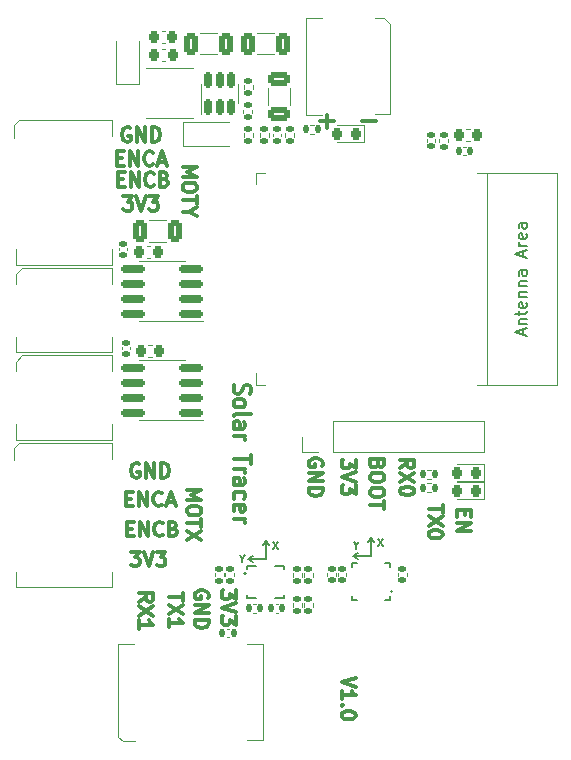
<source format=gbr>
%TF.GenerationSoftware,KiCad,Pcbnew,(6.0.7)*%
%TF.CreationDate,2025-03-15T16:29:39+08:00*%
%TF.ProjectId,solar_tracer,736f6c61-725f-4747-9261-6365722e6b69,1*%
%TF.SameCoordinates,PX6979f40PY7be1de0*%
%TF.FileFunction,Legend,Top*%
%TF.FilePolarity,Positive*%
%FSLAX46Y46*%
G04 Gerber Fmt 4.6, Leading zero omitted, Abs format (unit mm)*
G04 Created by KiCad (PCBNEW (6.0.7)) date 2025-03-15 16:29:39*
%MOMM*%
%LPD*%
G01*
G04 APERTURE LIST*
G04 Aperture macros list*
%AMRoundRect*
0 Rectangle with rounded corners*
0 $1 Rounding radius*
0 $2 $3 $4 $5 $6 $7 $8 $9 X,Y pos of 4 corners*
0 Add a 4 corners polygon primitive as box body*
4,1,4,$2,$3,$4,$5,$6,$7,$8,$9,$2,$3,0*
0 Add four circle primitives for the rounded corners*
1,1,$1+$1,$2,$3*
1,1,$1+$1,$4,$5*
1,1,$1+$1,$6,$7*
1,1,$1+$1,$8,$9*
0 Add four rect primitives between the rounded corners*
20,1,$1+$1,$2,$3,$4,$5,0*
20,1,$1+$1,$4,$5,$6,$7,0*
20,1,$1+$1,$6,$7,$8,$9,0*
20,1,$1+$1,$8,$9,$2,$3,0*%
G04 Aperture macros list end*
%ADD10C,0.300000*%
%ADD11C,0.150000*%
%ADD12C,0.120000*%
%ADD13C,0.250000*%
%ADD14C,0.800000*%
%ADD15C,6.400000*%
%ADD16RoundRect,0.225000X0.225000X0.250000X-0.225000X0.250000X-0.225000X-0.250000X0.225000X-0.250000X0*%
%ADD17RoundRect,0.250000X0.325000X0.650000X-0.325000X0.650000X-0.325000X-0.650000X0.325000X-0.650000X0*%
%ADD18RoundRect,0.225000X-0.225000X-0.250000X0.225000X-0.250000X0.225000X0.250000X-0.225000X0.250000X0*%
%ADD19R,2.290000X3.000000*%
%ADD20RoundRect,0.150000X0.825000X0.150000X-0.825000X0.150000X-0.825000X-0.150000X0.825000X-0.150000X0*%
%ADD21R,0.250000X0.450000*%
%ADD22R,0.450000X0.250000*%
%ADD23R,0.270000X0.600000*%
%ADD24R,0.600000X0.270000*%
%ADD25RoundRect,0.150000X0.150000X-0.512500X0.150000X0.512500X-0.150000X0.512500X-0.150000X-0.512500X0*%
%ADD26R,0.900000X1.500000*%
%ADD27R,1.500000X0.900000*%
%ADD28R,0.900000X0.900000*%
%ADD29RoundRect,0.135000X0.185000X-0.135000X0.185000X0.135000X-0.185000X0.135000X-0.185000X-0.135000X0*%
%ADD30RoundRect,0.135000X-0.185000X0.135000X-0.185000X-0.135000X0.185000X-0.135000X0.185000X0.135000X0*%
%ADD31RoundRect,0.135000X-0.135000X-0.185000X0.135000X-0.185000X0.135000X0.185000X-0.135000X0.185000X0*%
%ADD32R,1.200000X3.700000*%
%ADD33O,2.100000X2.100000*%
%ADD34R,2.100000X2.100000*%
%ADD35O,1.700000X1.700000*%
%ADD36R,1.700000X1.700000*%
%ADD37RoundRect,0.218750X0.218750X0.256250X-0.218750X0.256250X-0.218750X-0.256250X0.218750X-0.256250X0*%
%ADD38R,1.400000X1.300000*%
%ADD39R,0.900000X1.200000*%
%ADD40RoundRect,0.140000X0.170000X-0.140000X0.170000X0.140000X-0.170000X0.140000X-0.170000X-0.140000X0*%
%ADD41RoundRect,0.140000X0.140000X0.170000X-0.140000X0.170000X-0.140000X-0.170000X0.140000X-0.170000X0*%
%ADD42RoundRect,0.140000X-0.170000X0.140000X-0.170000X-0.140000X0.170000X-0.140000X0.170000X0.140000X0*%
%ADD43RoundRect,0.140000X-0.140000X-0.170000X0.140000X-0.170000X0.140000X0.170000X-0.140000X0.170000X0*%
%ADD44RoundRect,0.250000X-0.325000X-0.650000X0.325000X-0.650000X0.325000X0.650000X-0.325000X0.650000X0*%
%ADD45RoundRect,0.250000X0.650000X-0.325000X0.650000X0.325000X-0.650000X0.325000X-0.650000X-0.325000X0*%
G04 APERTURE END LIST*
D10*
X14443142Y21096143D02*
X15643142Y21096143D01*
X14786000Y20696143D01*
X15643142Y20296143D01*
X14443142Y20296143D01*
X15643142Y19496143D02*
X15643142Y19267572D01*
X15586000Y19153286D01*
X15471714Y19039000D01*
X15243142Y18981858D01*
X14843142Y18981858D01*
X14614571Y19039000D01*
X14500285Y19153286D01*
X14443142Y19267572D01*
X14443142Y19496143D01*
X14500285Y19610429D01*
X14614571Y19724715D01*
X14843142Y19781858D01*
X15243142Y19781858D01*
X15471714Y19724715D01*
X15586000Y19610429D01*
X15643142Y19496143D01*
X15643142Y18639000D02*
X15643142Y17953286D01*
X14443142Y18296143D02*
X15643142Y18296143D01*
X15643142Y17667572D02*
X14443142Y16867572D01*
X15643142Y16867572D02*
X14443142Y17667572D01*
X14062142Y48471000D02*
X15262142Y48471000D01*
X14405000Y48071000D01*
X15262142Y47671000D01*
X14062142Y47671000D01*
X15262142Y46871000D02*
X15262142Y46642429D01*
X15205000Y46528143D01*
X15090714Y46413858D01*
X14862142Y46356715D01*
X14462142Y46356715D01*
X14233571Y46413858D01*
X14119285Y46528143D01*
X14062142Y46642429D01*
X14062142Y46871000D01*
X14119285Y46985286D01*
X14233571Y47099572D01*
X14462142Y47156715D01*
X14862142Y47156715D01*
X15090714Y47099572D01*
X15205000Y46985286D01*
X15262142Y46871000D01*
X15262142Y46013858D02*
X15262142Y45328143D01*
X14062142Y45671000D02*
X15262142Y45671000D01*
X14633571Y44699572D02*
X14062142Y44699572D01*
X15262142Y45099572D02*
X14633571Y44699572D01*
X15262142Y44299572D01*
X18442857Y30034096D02*
X18371428Y29848381D01*
X18371428Y29538858D01*
X18442857Y29415048D01*
X18514285Y29353143D01*
X18657142Y29291239D01*
X18800000Y29291239D01*
X18942857Y29353143D01*
X19014285Y29415048D01*
X19085714Y29538858D01*
X19157142Y29786477D01*
X19228571Y29910286D01*
X19300000Y29972191D01*
X19442857Y30034096D01*
X19585714Y30034096D01*
X19728571Y29972191D01*
X19800000Y29910286D01*
X19871428Y29786477D01*
X19871428Y29476953D01*
X19800000Y29291239D01*
X18371428Y28548381D02*
X18442857Y28672191D01*
X18514285Y28734096D01*
X18657142Y28796000D01*
X19085714Y28796000D01*
X19228571Y28734096D01*
X19300000Y28672191D01*
X19371428Y28548381D01*
X19371428Y28362667D01*
X19300000Y28238858D01*
X19228571Y28176953D01*
X19085714Y28115048D01*
X18657142Y28115048D01*
X18514285Y28176953D01*
X18442857Y28238858D01*
X18371428Y28362667D01*
X18371428Y28548381D01*
X18371428Y27372191D02*
X18442857Y27496000D01*
X18585714Y27557905D01*
X19871428Y27557905D01*
X18371428Y26319810D02*
X19157142Y26319810D01*
X19300000Y26381715D01*
X19371428Y26505524D01*
X19371428Y26753143D01*
X19300000Y26876953D01*
X18442857Y26319810D02*
X18371428Y26443620D01*
X18371428Y26753143D01*
X18442857Y26876953D01*
X18585714Y26938858D01*
X18728571Y26938858D01*
X18871428Y26876953D01*
X18942857Y26753143D01*
X18942857Y26443620D01*
X19014285Y26319810D01*
X18371428Y25700762D02*
X19371428Y25700762D01*
X19085714Y25700762D02*
X19228571Y25638858D01*
X19300000Y25576953D01*
X19371428Y25453143D01*
X19371428Y25329334D01*
X19871428Y24091239D02*
X19871428Y23348381D01*
X18371428Y23719810D02*
X19871428Y23719810D01*
X18371428Y22915048D02*
X19371428Y22915048D01*
X19085714Y22915048D02*
X19228571Y22853143D01*
X19300000Y22791239D01*
X19371428Y22667429D01*
X19371428Y22543620D01*
X18371428Y21553143D02*
X19157142Y21553143D01*
X19300000Y21615048D01*
X19371428Y21738858D01*
X19371428Y21986477D01*
X19300000Y22110286D01*
X18442857Y21553143D02*
X18371428Y21676953D01*
X18371428Y21986477D01*
X18442857Y22110286D01*
X18585714Y22172191D01*
X18728571Y22172191D01*
X18871428Y22110286D01*
X18942857Y21986477D01*
X18942857Y21676953D01*
X19014285Y21553143D01*
X18442857Y20376953D02*
X18371428Y20500762D01*
X18371428Y20748381D01*
X18442857Y20872191D01*
X18514285Y20934096D01*
X18657142Y20996000D01*
X19085714Y20996000D01*
X19228571Y20934096D01*
X19300000Y20872191D01*
X19371428Y20748381D01*
X19371428Y20500762D01*
X19300000Y20376953D01*
X18442857Y19324572D02*
X18371428Y19448381D01*
X18371428Y19696000D01*
X18442857Y19819810D01*
X18585714Y19881715D01*
X19157142Y19881715D01*
X19300000Y19819810D01*
X19371428Y19696000D01*
X19371428Y19448381D01*
X19300000Y19324572D01*
X19157142Y19262667D01*
X19014285Y19262667D01*
X18871428Y19881715D01*
X18371428Y18705524D02*
X19371428Y18705524D01*
X19085714Y18705524D02*
X19228571Y18643620D01*
X19300000Y18581715D01*
X19371428Y18457905D01*
X19371428Y18334096D01*
X28724142Y5246572D02*
X27524142Y4846572D01*
X28724142Y4446572D01*
X27524142Y3418000D02*
X27524142Y4103715D01*
X27524142Y3760858D02*
X28724142Y3760858D01*
X28552714Y3875143D01*
X28438428Y3989429D01*
X28381285Y4103715D01*
X27638428Y2903715D02*
X27581285Y2846572D01*
X27524142Y2903715D01*
X27581285Y2960858D01*
X27638428Y2903715D01*
X27524142Y2903715D01*
X28724142Y2103715D02*
X28724142Y1989429D01*
X28667000Y1875143D01*
X28609857Y1818000D01*
X28495571Y1760858D01*
X28267000Y1703715D01*
X27981285Y1703715D01*
X27752714Y1760858D01*
X27638428Y1818000D01*
X27581285Y1875143D01*
X27524142Y1989429D01*
X27524142Y2103715D01*
X27581285Y2218000D01*
X27638428Y2275143D01*
X27752714Y2332286D01*
X27981285Y2389429D01*
X28267000Y2389429D01*
X28495571Y2332286D01*
X28609857Y2275143D01*
X28667000Y2218000D01*
X28724142Y2103715D01*
X9344285Y17854715D02*
X9744285Y17854715D01*
X9915714Y17226143D02*
X9344285Y17226143D01*
X9344285Y18426143D01*
X9915714Y18426143D01*
X10430000Y17226143D02*
X10430000Y18426143D01*
X11115714Y17226143D01*
X11115714Y18426143D01*
X12372857Y17340429D02*
X12315714Y17283286D01*
X12144285Y17226143D01*
X12030000Y17226143D01*
X11858571Y17283286D01*
X11744285Y17397572D01*
X11687142Y17511858D01*
X11630000Y17740429D01*
X11630000Y17911858D01*
X11687142Y18140429D01*
X11744285Y18254715D01*
X11858571Y18369000D01*
X12030000Y18426143D01*
X12144285Y18426143D01*
X12315714Y18369000D01*
X12372857Y18311858D01*
X13287142Y17854715D02*
X13458571Y17797572D01*
X13515714Y17740429D01*
X13572857Y17626143D01*
X13572857Y17454715D01*
X13515714Y17340429D01*
X13458571Y17283286D01*
X13344285Y17226143D01*
X12887142Y17226143D01*
X12887142Y18426143D01*
X13287142Y18426143D01*
X13401428Y18369000D01*
X13458571Y18311858D01*
X13515714Y18197572D01*
X13515714Y18083286D01*
X13458571Y17969000D01*
X13401428Y17911858D01*
X13287142Y17854715D01*
X12887142Y17854715D01*
X9303000Y20394715D02*
X9703000Y20394715D01*
X9874428Y19766143D02*
X9303000Y19766143D01*
X9303000Y20966143D01*
X9874428Y20966143D01*
X10388714Y19766143D02*
X10388714Y20966143D01*
X11074428Y19766143D01*
X11074428Y20966143D01*
X12331571Y19880429D02*
X12274428Y19823286D01*
X12103000Y19766143D01*
X11988714Y19766143D01*
X11817285Y19823286D01*
X11703000Y19937572D01*
X11645857Y20051858D01*
X11588714Y20280429D01*
X11588714Y20451858D01*
X11645857Y20680429D01*
X11703000Y20794715D01*
X11817285Y20909000D01*
X11988714Y20966143D01*
X12103000Y20966143D01*
X12274428Y20909000D01*
X12331571Y20851858D01*
X12788714Y20109000D02*
X13360142Y20109000D01*
X12674428Y19766143D02*
X13074428Y20966143D01*
X13474428Y19766143D01*
X10388714Y23322000D02*
X10274428Y23379143D01*
X10103000Y23379143D01*
X9931571Y23322000D01*
X9817285Y23207715D01*
X9760142Y23093429D01*
X9703000Y22864858D01*
X9703000Y22693429D01*
X9760142Y22464858D01*
X9817285Y22350572D01*
X9931571Y22236286D01*
X10103000Y22179143D01*
X10217285Y22179143D01*
X10388714Y22236286D01*
X10445857Y22293429D01*
X10445857Y22693429D01*
X10217285Y22693429D01*
X10960142Y22179143D02*
X10960142Y23379143D01*
X11645857Y22179143D01*
X11645857Y23379143D01*
X12217285Y22179143D02*
X12217285Y23379143D01*
X12503000Y23379143D01*
X12674428Y23322000D01*
X12788714Y23207715D01*
X12845857Y23093429D01*
X12903000Y22864858D01*
X12903000Y22693429D01*
X12845857Y22464858D01*
X12788714Y22350572D01*
X12674428Y22236286D01*
X12503000Y22179143D01*
X12217285Y22179143D01*
X9690285Y15886143D02*
X10433142Y15886143D01*
X10033142Y15429000D01*
X10204571Y15429000D01*
X10318857Y15371858D01*
X10376000Y15314715D01*
X10433142Y15200429D01*
X10433142Y14914715D01*
X10376000Y14800429D01*
X10318857Y14743286D01*
X10204571Y14686143D01*
X9861714Y14686143D01*
X9747428Y14743286D01*
X9690285Y14800429D01*
X10776000Y15886143D02*
X11176000Y14686143D01*
X11576000Y15886143D01*
X11861714Y15886143D02*
X12604571Y15886143D01*
X12204571Y15429000D01*
X12376000Y15429000D01*
X12490285Y15371858D01*
X12547428Y15314715D01*
X12604571Y15200429D01*
X12604571Y14914715D01*
X12547428Y14800429D01*
X12490285Y14743286D01*
X12376000Y14686143D01*
X12033142Y14686143D01*
X11918857Y14743286D01*
X11861714Y14800429D01*
X8541000Y49223715D02*
X8941000Y49223715D01*
X9112428Y48595143D02*
X8541000Y48595143D01*
X8541000Y49795143D01*
X9112428Y49795143D01*
X9626714Y48595143D02*
X9626714Y49795143D01*
X10312428Y48595143D01*
X10312428Y49795143D01*
X11569571Y48709429D02*
X11512428Y48652286D01*
X11341000Y48595143D01*
X11226714Y48595143D01*
X11055285Y48652286D01*
X10941000Y48766572D01*
X10883857Y48880858D01*
X10826714Y49109429D01*
X10826714Y49280858D01*
X10883857Y49509429D01*
X10941000Y49623715D01*
X11055285Y49738000D01*
X11226714Y49795143D01*
X11341000Y49795143D01*
X11512428Y49738000D01*
X11569571Y49680858D01*
X12026714Y48938000D02*
X12598142Y48938000D01*
X11912428Y48595143D02*
X12312428Y49795143D01*
X12712428Y48595143D01*
X8582285Y47445715D02*
X8982285Y47445715D01*
X9153714Y46817143D02*
X8582285Y46817143D01*
X8582285Y48017143D01*
X9153714Y48017143D01*
X9668000Y46817143D02*
X9668000Y48017143D01*
X10353714Y46817143D01*
X10353714Y48017143D01*
X11610857Y46931429D02*
X11553714Y46874286D01*
X11382285Y46817143D01*
X11268000Y46817143D01*
X11096571Y46874286D01*
X10982285Y46988572D01*
X10925142Y47102858D01*
X10868000Y47331429D01*
X10868000Y47502858D01*
X10925142Y47731429D01*
X10982285Y47845715D01*
X11096571Y47960000D01*
X11268000Y48017143D01*
X11382285Y48017143D01*
X11553714Y47960000D01*
X11610857Y47902858D01*
X12525142Y47445715D02*
X12696571Y47388572D01*
X12753714Y47331429D01*
X12810857Y47217143D01*
X12810857Y47045715D01*
X12753714Y46931429D01*
X12696571Y46874286D01*
X12582285Y46817143D01*
X12125142Y46817143D01*
X12125142Y48017143D01*
X12525142Y48017143D01*
X12639428Y47960000D01*
X12696571Y47902858D01*
X12753714Y47788572D01*
X12753714Y47674286D01*
X12696571Y47560000D01*
X12639428Y47502858D01*
X12525142Y47445715D01*
X12125142Y47445715D01*
X9626714Y51770000D02*
X9512428Y51827143D01*
X9341000Y51827143D01*
X9169571Y51770000D01*
X9055285Y51655715D01*
X8998142Y51541429D01*
X8941000Y51312858D01*
X8941000Y51141429D01*
X8998142Y50912858D01*
X9055285Y50798572D01*
X9169571Y50684286D01*
X9341000Y50627143D01*
X9455285Y50627143D01*
X9626714Y50684286D01*
X9683857Y50741429D01*
X9683857Y51141429D01*
X9455285Y51141429D01*
X10198142Y50627143D02*
X10198142Y51827143D01*
X10883857Y50627143D01*
X10883857Y51827143D01*
X11455285Y50627143D02*
X11455285Y51827143D01*
X11741000Y51827143D01*
X11912428Y51770000D01*
X12026714Y51655715D01*
X12083857Y51541429D01*
X12141000Y51312858D01*
X12141000Y51141429D01*
X12083857Y50912858D01*
X12026714Y50798572D01*
X11912428Y50684286D01*
X11741000Y50627143D01*
X11455285Y50627143D01*
X9055285Y45985143D02*
X9798142Y45985143D01*
X9398142Y45528000D01*
X9569571Y45528000D01*
X9683857Y45470858D01*
X9741000Y45413715D01*
X9798142Y45299429D01*
X9798142Y45013715D01*
X9741000Y44899429D01*
X9683857Y44842286D01*
X9569571Y44785143D01*
X9226714Y44785143D01*
X9112428Y44842286D01*
X9055285Y44899429D01*
X10141000Y45985143D02*
X10541000Y44785143D01*
X10941000Y45985143D01*
X11226714Y45985143D02*
X11969571Y45985143D01*
X11569571Y45528000D01*
X11741000Y45528000D01*
X11855285Y45470858D01*
X11912428Y45413715D01*
X11969571Y45299429D01*
X11969571Y45013715D01*
X11912428Y44899429D01*
X11855285Y44842286D01*
X11741000Y44785143D01*
X11398142Y44785143D01*
X11283857Y44842286D01*
X11226714Y44899429D01*
X18564142Y12650715D02*
X18564142Y11907858D01*
X18107000Y12307858D01*
X18107000Y12136429D01*
X18049857Y12022143D01*
X17992714Y11965000D01*
X17878428Y11907858D01*
X17592714Y11907858D01*
X17478428Y11965000D01*
X17421285Y12022143D01*
X17364142Y12136429D01*
X17364142Y12479286D01*
X17421285Y12593572D01*
X17478428Y12650715D01*
X18564142Y11565000D02*
X17364142Y11165000D01*
X18564142Y10765000D01*
X18564142Y10479286D02*
X18564142Y9736429D01*
X18107000Y10136429D01*
X18107000Y9965000D01*
X18049857Y9850715D01*
X17992714Y9793572D01*
X17878428Y9736429D01*
X17592714Y9736429D01*
X17478428Y9793572D01*
X17421285Y9850715D01*
X17364142Y9965000D01*
X17364142Y10307858D01*
X17421285Y10422143D01*
X17478428Y10479286D01*
X16221000Y11952286D02*
X16278142Y12066572D01*
X16278142Y12238000D01*
X16221000Y12409429D01*
X16106714Y12523715D01*
X15992428Y12580858D01*
X15763857Y12638000D01*
X15592428Y12638000D01*
X15363857Y12580858D01*
X15249571Y12523715D01*
X15135285Y12409429D01*
X15078142Y12238000D01*
X15078142Y12123715D01*
X15135285Y11952286D01*
X15192428Y11895143D01*
X15592428Y11895143D01*
X15592428Y12123715D01*
X15078142Y11380858D02*
X16278142Y11380858D01*
X15078142Y10695143D01*
X16278142Y10695143D01*
X15078142Y10123715D02*
X16278142Y10123715D01*
X16278142Y9838000D01*
X16221000Y9666572D01*
X16106714Y9552286D01*
X15992428Y9495143D01*
X15763857Y9438000D01*
X15592428Y9438000D01*
X15363857Y9495143D01*
X15249571Y9552286D01*
X15135285Y9666572D01*
X15078142Y9838000D01*
X15078142Y10123715D01*
X14119142Y12396715D02*
X14119142Y11711000D01*
X12919142Y12053858D02*
X14119142Y12053858D01*
X14119142Y11425286D02*
X12919142Y10625286D01*
X14119142Y10625286D02*
X12919142Y11425286D01*
X12919142Y9539572D02*
X12919142Y10225286D01*
X12919142Y9882429D02*
X14119142Y9882429D01*
X13947714Y9996715D01*
X13833428Y10111000D01*
X13776285Y10225286D01*
X10379142Y11682429D02*
X10950571Y12082429D01*
X10379142Y12368143D02*
X11579142Y12368143D01*
X11579142Y11911000D01*
X11522000Y11796715D01*
X11464857Y11739572D01*
X11350571Y11682429D01*
X11179142Y11682429D01*
X11064857Y11739572D01*
X11007714Y11796715D01*
X10950571Y11911000D01*
X10950571Y12368143D01*
X11579142Y11282429D02*
X10379142Y10482429D01*
X11579142Y10482429D02*
X10379142Y11282429D01*
X10379142Y9396715D02*
X10379142Y10082429D01*
X10379142Y9739572D02*
X11579142Y9739572D01*
X11407714Y9853858D01*
X11293428Y9968143D01*
X11236285Y10082429D01*
X25873000Y23128286D02*
X25930142Y23242572D01*
X25930142Y23414000D01*
X25873000Y23585429D01*
X25758714Y23699715D01*
X25644428Y23756858D01*
X25415857Y23814000D01*
X25244428Y23814000D01*
X25015857Y23756858D01*
X24901571Y23699715D01*
X24787285Y23585429D01*
X24730142Y23414000D01*
X24730142Y23299715D01*
X24787285Y23128286D01*
X24844428Y23071143D01*
X25244428Y23071143D01*
X25244428Y23299715D01*
X24730142Y22556858D02*
X25930142Y22556858D01*
X24730142Y21871143D01*
X25930142Y21871143D01*
X24730142Y21299715D02*
X25930142Y21299715D01*
X25930142Y21014000D01*
X25873000Y20842572D01*
X25758714Y20728286D01*
X25644428Y20671143D01*
X25415857Y20614000D01*
X25244428Y20614000D01*
X25015857Y20671143D01*
X24901571Y20728286D01*
X24787285Y20842572D01*
X24730142Y21014000D01*
X24730142Y21299715D01*
X37931714Y19416715D02*
X37931714Y19016715D01*
X37303142Y18845286D02*
X37303142Y19416715D01*
X38503142Y19416715D01*
X38503142Y18845286D01*
X37303142Y18331000D02*
X38503142Y18331000D01*
X37303142Y17645286D01*
X38503142Y17645286D01*
X36090142Y19889715D02*
X36090142Y19204000D01*
X34890142Y19546858D02*
X36090142Y19546858D01*
X36090142Y18918286D02*
X34890142Y18118286D01*
X36090142Y18118286D02*
X34890142Y18918286D01*
X36090142Y17432572D02*
X36090142Y17318286D01*
X36033000Y17204000D01*
X35975857Y17146858D01*
X35861571Y17089715D01*
X35633000Y17032572D01*
X35347285Y17032572D01*
X35118714Y17089715D01*
X35004428Y17146858D01*
X34947285Y17204000D01*
X34890142Y17318286D01*
X34890142Y17432572D01*
X34947285Y17546858D01*
X35004428Y17604000D01*
X35118714Y17661143D01*
X35347285Y17718286D01*
X35633000Y17718286D01*
X35861571Y17661143D01*
X35975857Y17604000D01*
X36033000Y17546858D01*
X36090142Y17432572D01*
X32477142Y22985429D02*
X33048571Y23385429D01*
X32477142Y23671143D02*
X33677142Y23671143D01*
X33677142Y23214000D01*
X33620000Y23099715D01*
X33562857Y23042572D01*
X33448571Y22985429D01*
X33277142Y22985429D01*
X33162857Y23042572D01*
X33105714Y23099715D01*
X33048571Y23214000D01*
X33048571Y23671143D01*
X33677142Y22585429D02*
X32477142Y21785429D01*
X33677142Y21785429D02*
X32477142Y22585429D01*
X33677142Y21099715D02*
X33677142Y20985429D01*
X33620000Y20871143D01*
X33562857Y20814000D01*
X33448571Y20756858D01*
X33220000Y20699715D01*
X32934285Y20699715D01*
X32705714Y20756858D01*
X32591428Y20814000D01*
X32534285Y20871143D01*
X32477142Y20985429D01*
X32477142Y21099715D01*
X32534285Y21214000D01*
X32591428Y21271143D01*
X32705714Y21328286D01*
X32934285Y21385429D01*
X33220000Y21385429D01*
X33448571Y21328286D01*
X33562857Y21271143D01*
X33620000Y21214000D01*
X33677142Y21099715D01*
X30565714Y23334572D02*
X30508571Y23163143D01*
X30451428Y23106000D01*
X30337142Y23048858D01*
X30165714Y23048858D01*
X30051428Y23106000D01*
X29994285Y23163143D01*
X29937142Y23277429D01*
X29937142Y23734572D01*
X31137142Y23734572D01*
X31137142Y23334572D01*
X31080000Y23220286D01*
X31022857Y23163143D01*
X30908571Y23106000D01*
X30794285Y23106000D01*
X30680000Y23163143D01*
X30622857Y23220286D01*
X30565714Y23334572D01*
X30565714Y23734572D01*
X31137142Y22306000D02*
X31137142Y22077429D01*
X31080000Y21963143D01*
X30965714Y21848858D01*
X30737142Y21791715D01*
X30337142Y21791715D01*
X30108571Y21848858D01*
X29994285Y21963143D01*
X29937142Y22077429D01*
X29937142Y22306000D01*
X29994285Y22420286D01*
X30108571Y22534572D01*
X30337142Y22591715D01*
X30737142Y22591715D01*
X30965714Y22534572D01*
X31080000Y22420286D01*
X31137142Y22306000D01*
X31137142Y21048858D02*
X31137142Y20820286D01*
X31080000Y20706000D01*
X30965714Y20591715D01*
X30737142Y20534572D01*
X30337142Y20534572D01*
X30108571Y20591715D01*
X29994285Y20706000D01*
X29937142Y20820286D01*
X29937142Y21048858D01*
X29994285Y21163143D01*
X30108571Y21277429D01*
X30337142Y21334572D01*
X30737142Y21334572D01*
X30965714Y21277429D01*
X31080000Y21163143D01*
X31137142Y21048858D01*
X31137142Y20191715D02*
X31137142Y19506000D01*
X29937142Y19848858D02*
X31137142Y19848858D01*
X28724142Y23699715D02*
X28724142Y22956858D01*
X28267000Y23356858D01*
X28267000Y23185429D01*
X28209857Y23071143D01*
X28152714Y23014000D01*
X28038428Y22956858D01*
X27752714Y22956858D01*
X27638428Y23014000D01*
X27581285Y23071143D01*
X27524142Y23185429D01*
X27524142Y23528286D01*
X27581285Y23642572D01*
X27638428Y23699715D01*
X28724142Y22614000D02*
X27524142Y22214000D01*
X28724142Y21814000D01*
X28724142Y21528286D02*
X28724142Y20785429D01*
X28267000Y21185429D01*
X28267000Y21014000D01*
X28209857Y20899715D01*
X28152714Y20842572D01*
X28038428Y20785429D01*
X27752714Y20785429D01*
X27638428Y20842572D01*
X27581285Y20899715D01*
X27524142Y21014000D01*
X27524142Y21356858D01*
X27581285Y21471143D01*
X27638428Y21528286D01*
X29273571Y52332858D02*
X30416428Y52332858D01*
X25717571Y52332858D02*
X26860428Y52332858D01*
X26289000Y51761429D02*
X26289000Y52904286D01*
D11*
X28514000Y15542000D02*
X28895000Y15796000D01*
X30038000Y17066000D02*
X29784000Y16685000D01*
X28514000Y15542000D02*
X28895000Y15288000D01*
X30038000Y17066000D02*
X30038000Y15542000D01*
X30038000Y17066000D02*
X30292000Y16685000D01*
X28514000Y15542000D02*
X30038000Y15542000D01*
X28768000Y16445286D02*
X28768000Y16159572D01*
X28568000Y16759572D02*
X28768000Y16445286D01*
X28968000Y16759572D01*
X30600000Y17013572D02*
X31000000Y16413572D01*
X31000000Y17013572D02*
X30600000Y16413572D01*
X19116000Y15302286D02*
X19116000Y15016572D01*
X18916000Y15616572D02*
X19116000Y15302286D01*
X19316000Y15616572D01*
X21710000Y16759572D02*
X22110000Y16159572D01*
X22110000Y16759572D02*
X21710000Y16159572D01*
X19624000Y15288000D02*
X20005000Y15034000D01*
X19624000Y15288000D02*
X21148000Y15288000D01*
X19624000Y15288000D02*
X20005000Y15542000D01*
X21148000Y16812000D02*
X21402000Y16431000D01*
X21148000Y16812000D02*
X20894000Y16431000D01*
X21148000Y16812000D02*
X21148000Y15288000D01*
%TO.C,U1*%
X42916666Y34238096D02*
X42916666Y34714286D01*
X43202380Y34142858D02*
X42202380Y34476191D01*
X43202380Y34809524D01*
X42535714Y35142858D02*
X43202380Y35142858D01*
X42630952Y35142858D02*
X42583333Y35190477D01*
X42535714Y35285715D01*
X42535714Y35428572D01*
X42583333Y35523810D01*
X42678571Y35571429D01*
X43202380Y35571429D01*
X42535714Y35904762D02*
X42535714Y36285715D01*
X42202380Y36047620D02*
X43059523Y36047620D01*
X43154761Y36095239D01*
X43202380Y36190477D01*
X43202380Y36285715D01*
X43154761Y37000000D02*
X43202380Y36904762D01*
X43202380Y36714286D01*
X43154761Y36619048D01*
X43059523Y36571429D01*
X42678571Y36571429D01*
X42583333Y36619048D01*
X42535714Y36714286D01*
X42535714Y36904762D01*
X42583333Y37000000D01*
X42678571Y37047620D01*
X42773809Y37047620D01*
X42869047Y36571429D01*
X42535714Y37476191D02*
X43202380Y37476191D01*
X42630952Y37476191D02*
X42583333Y37523810D01*
X42535714Y37619048D01*
X42535714Y37761905D01*
X42583333Y37857143D01*
X42678571Y37904762D01*
X43202380Y37904762D01*
X42535714Y38380953D02*
X43202380Y38380953D01*
X42630952Y38380953D02*
X42583333Y38428572D01*
X42535714Y38523810D01*
X42535714Y38666667D01*
X42583333Y38761905D01*
X42678571Y38809524D01*
X43202380Y38809524D01*
X43202380Y39714286D02*
X42678571Y39714286D01*
X42583333Y39666667D01*
X42535714Y39571429D01*
X42535714Y39380953D01*
X42583333Y39285715D01*
X43154761Y39714286D02*
X43202380Y39619048D01*
X43202380Y39380953D01*
X43154761Y39285715D01*
X43059523Y39238096D01*
X42964285Y39238096D01*
X42869047Y39285715D01*
X42821428Y39380953D01*
X42821428Y39619048D01*
X42773809Y39714286D01*
X42916666Y40904762D02*
X42916666Y41380953D01*
X43202380Y40809524D02*
X42202380Y41142858D01*
X43202380Y41476191D01*
X43202380Y41809524D02*
X42535714Y41809524D01*
X42726190Y41809524D02*
X42630952Y41857143D01*
X42583333Y41904762D01*
X42535714Y42000000D01*
X42535714Y42095239D01*
X43154761Y42809524D02*
X43202380Y42714286D01*
X43202380Y42523810D01*
X43154761Y42428572D01*
X43059523Y42380953D01*
X42678571Y42380953D01*
X42583333Y42428572D01*
X42535714Y42523810D01*
X42535714Y42714286D01*
X42583333Y42809524D01*
X42678571Y42857143D01*
X42773809Y42857143D01*
X42869047Y42380953D01*
X43202380Y43714286D02*
X42678571Y43714286D01*
X42583333Y43666667D01*
X42535714Y43571429D01*
X42535714Y43380953D01*
X42583333Y43285715D01*
X43154761Y43714286D02*
X43202380Y43619048D01*
X43202380Y43380953D01*
X43154761Y43285715D01*
X43059523Y43238096D01*
X42964285Y43238096D01*
X42869047Y43285715D01*
X42821428Y43380953D01*
X42821428Y43619048D01*
X42773809Y43714286D01*
D12*
%TO.C,C10*%
X12558180Y58940400D02*
X12277020Y58940400D01*
X12558180Y59960400D02*
X12277020Y59960400D01*
%TO.C,C9*%
X12583580Y57416400D02*
X12302420Y57416400D01*
X12583580Y58436400D02*
X12302420Y58436400D01*
%TO.C,C7*%
X21793252Y59827000D02*
X20370748Y59827000D01*
X21793252Y58007000D02*
X20370748Y58007000D01*
%TO.C,C2*%
X38095820Y50656600D02*
X38376980Y50656600D01*
X38095820Y51676600D02*
X38376980Y51676600D01*
%TO.C,U6*%
X12319000Y32140000D02*
X10369000Y32140000D01*
X12319000Y32140000D02*
X14269000Y32140000D01*
X12319000Y27020000D02*
X15769000Y27020000D01*
X12319000Y27020000D02*
X10369000Y27020000D01*
%TO.C,U5*%
X12319000Y40522000D02*
X10369000Y40522000D01*
X12319000Y40522000D02*
X14269000Y40522000D01*
X12319000Y35402000D02*
X15769000Y35402000D01*
X12319000Y35402000D02*
X10369000Y35402000D01*
D11*
%TO.C,U4*%
X31238000Y14983000D02*
X31638000Y14983000D01*
X31638000Y14983000D02*
X31638000Y14573000D01*
X31638000Y12183000D02*
X31638000Y11773000D01*
X31638000Y11773000D02*
X31228000Y11773000D01*
X28438000Y11783000D02*
X28438000Y12183000D01*
X28438000Y14583000D02*
X28438000Y14983000D01*
X28438000Y14983000D02*
X28838000Y14983000D01*
X28838000Y11783000D02*
X28438000Y11783000D01*
D13*
X31738000Y12583000D02*
G75*
G03*
X31738000Y12583000I0J0D01*
G01*
D11*
%TO.C,U3*%
X19422000Y14064000D02*
G75*
G03*
X19422000Y14064000I-70000J0D01*
G01*
X19502000Y11994000D02*
X19502000Y12244000D01*
X20242000Y11994000D02*
X19502000Y11994000D01*
X19502000Y14654000D02*
X19502000Y14404000D01*
X20242000Y14654000D02*
X19502000Y14654000D01*
X22652000Y11994000D02*
X22652000Y12244000D01*
X21912000Y11994000D02*
X22652000Y11994000D01*
X22652000Y14654000D02*
X22652000Y14404000D01*
X21912000Y14654000D02*
X22652000Y14654000D01*
D12*
%TO.C,U2*%
X15632800Y54726000D02*
X15632800Y52926000D01*
X18752800Y54726000D02*
X18752800Y55526000D01*
X15632800Y54726000D02*
X15632800Y55526000D01*
X18752800Y54726000D02*
X18752800Y53926000D01*
%TO.C,U1*%
X21000000Y48000000D02*
X20250000Y48000000D01*
X45750000Y48000000D02*
X45750000Y30000000D01*
X39810000Y30000000D02*
X39810000Y48000000D01*
X20250000Y48000000D02*
X20250000Y47000000D01*
X21000000Y30000000D02*
X20250000Y30000000D01*
X20250000Y30000000D02*
X20250000Y31000000D01*
X45750000Y30000000D02*
X39000000Y30000000D01*
X45750000Y48000000D02*
X39000000Y48000000D01*
%TO.C,R15*%
X23369000Y13803359D02*
X23369000Y14110641D01*
X24129000Y13803359D02*
X24129000Y14110641D01*
%TO.C,R14*%
X24319000Y13803359D02*
X24319000Y14110641D01*
X25079000Y13803359D02*
X25079000Y14110641D01*
%TO.C,R13*%
X17654000Y13805359D02*
X17654000Y14112641D01*
X18414000Y13805359D02*
X18414000Y14112641D01*
%TO.C,R12*%
X16765000Y13805359D02*
X16765000Y14112641D01*
X17525000Y13805359D02*
X17525000Y14112641D01*
%TO.C,R11*%
X23369000Y11263359D02*
X23369000Y11570641D01*
X24129000Y11263359D02*
X24129000Y11570641D01*
%TO.C,R10*%
X24319000Y11263359D02*
X24319000Y11570641D01*
X25079000Y11263359D02*
X25079000Y11570641D01*
%TO.C,R9*%
X20575000Y51349041D02*
X20575000Y51041759D01*
X21335000Y51349041D02*
X21335000Y51041759D01*
%TO.C,R8*%
X22734000Y51325641D02*
X22734000Y51018359D01*
X23494000Y51325641D02*
X23494000Y51018359D01*
%TO.C,R7*%
X24865359Y51298000D02*
X25172641Y51298000D01*
X24865359Y52058000D02*
X25172641Y52058000D01*
%TO.C,R6*%
X19225800Y51318141D02*
X19225800Y51010859D01*
X19985800Y51318141D02*
X19985800Y51010859D01*
%TO.C,R5*%
X19200400Y53330241D02*
X19200400Y53022959D01*
X19960400Y53330241D02*
X19960400Y53022959D01*
%TO.C,R4*%
X19225800Y55382141D02*
X19225800Y55074859D01*
X19985800Y55382141D02*
X19985800Y55074859D01*
%TO.C,R3*%
X34769359Y22088000D02*
X35076641Y22088000D01*
X34769359Y22848000D02*
X35076641Y22848000D01*
%TO.C,R2*%
X34769359Y20945000D02*
X35076641Y20945000D01*
X34769359Y21705000D02*
X35076641Y21705000D01*
%TO.C,R1*%
X36533600Y50863041D02*
X36533600Y50555759D01*
X35773600Y50863041D02*
X35773600Y50555759D01*
%TO.C,L1*%
X14951000Y52626000D02*
X10951000Y52626000D01*
X14951000Y56826000D02*
X10951000Y56826000D01*
%TO.C,J7*%
X-64000Y25377750D02*
X8094000Y25377750D01*
X-64000Y31981750D02*
X444000Y32519750D01*
X8094000Y25377750D02*
X8094000Y26707750D01*
X444000Y32519750D02*
X8064000Y32519750D01*
X8064000Y31189750D02*
X8064000Y32519750D01*
X-64000Y25377750D02*
X-64000Y26707750D01*
X-64000Y31189750D02*
X-64000Y31981750D01*
%TO.C,J6*%
X-60000Y12889000D02*
X-60000Y14219000D01*
X-60000Y12889000D02*
X8068000Y12889000D01*
X8068000Y23781000D02*
X8068000Y25111000D01*
X8068000Y12889000D02*
X8068000Y14219000D01*
X-187000Y24700000D02*
X194000Y25111000D01*
X194000Y25111000D02*
X8068000Y25111000D01*
X-187000Y23654000D02*
X-187000Y24700000D01*
%TO.C,J5*%
X-64000Y32786500D02*
X8094000Y32786500D01*
X-64000Y39390500D02*
X444000Y39928500D01*
X8094000Y32786500D02*
X8094000Y34116500D01*
X444000Y39928500D02*
X8064000Y39928500D01*
X8064000Y38598500D02*
X8064000Y39928500D01*
X-64000Y32786500D02*
X-64000Y34116500D01*
X-64000Y38598500D02*
X-64000Y39390500D01*
%TO.C,J4*%
X-60000Y40195250D02*
X-60000Y41525250D01*
X-60000Y40195250D02*
X8068000Y40195250D01*
X8068000Y51087250D02*
X8068000Y52417250D01*
X8068000Y40195250D02*
X8068000Y41525250D01*
X-187000Y52006250D02*
X194000Y52417250D01*
X194000Y52417250D02*
X8068000Y52417250D01*
X-187000Y50960250D02*
X-187000Y52006250D01*
%TO.C,J3*%
X24511000Y61076000D02*
X24511000Y52918000D01*
X31115000Y61076000D02*
X31653000Y60568000D01*
X24511000Y52918000D02*
X25841000Y52918000D01*
X31653000Y60568000D02*
X31653000Y52948000D01*
X30323000Y52948000D02*
X31653000Y52948000D01*
X24511000Y61076000D02*
X25841000Y61076000D01*
X30323000Y61076000D02*
X31115000Y61076000D01*
%TO.C,J2*%
X20828000Y-11000D02*
X19498000Y-11000D01*
X20828000Y-11000D02*
X20828000Y8117000D01*
X9936000Y8117000D02*
X8606000Y8117000D01*
X20828000Y8117000D02*
X19498000Y8117000D01*
X9017000Y-138000D02*
X8606000Y243000D01*
X8606000Y243000D02*
X8606000Y8117000D01*
X10063000Y-138000D02*
X9017000Y-138000D01*
%TO.C,J1*%
X26797000Y26973000D02*
X39557000Y26973000D01*
X39557000Y24313000D02*
X39557000Y26973000D01*
X26797000Y24313000D02*
X26797000Y26973000D01*
X24197000Y24313000D02*
X24197000Y25643000D01*
X25527000Y24313000D02*
X24197000Y24313000D01*
X26797000Y24313000D02*
X39557000Y24313000D01*
%TO.C,D5*%
X27140000Y50562000D02*
X29425000Y50562000D01*
X29425000Y50562000D02*
X29425000Y52032000D01*
X29425000Y52032000D02*
X27140000Y52032000D01*
%TO.C,D4*%
X10402000Y55494000D02*
X10402000Y59174000D01*
X8382000Y55494000D02*
X8382000Y59174000D01*
X8382000Y55494000D02*
X10402000Y55494000D01*
%TO.C,D3*%
X14053800Y50246200D02*
X17953800Y50246200D01*
X14053800Y52246200D02*
X14053800Y50246200D01*
X14053800Y52246200D02*
X17953800Y52246200D01*
%TO.C,D2*%
X37298000Y21860000D02*
X39583000Y21860000D01*
X39583000Y21860000D02*
X39583000Y23330000D01*
X39583000Y23330000D02*
X37298000Y23330000D01*
%TO.C,D1*%
X37300000Y20332000D02*
X39585000Y20332000D01*
X39585000Y20332000D02*
X39585000Y21802000D01*
X39585000Y21802000D02*
X37300000Y21802000D01*
%TO.C,C20*%
X11443580Y32372000D02*
X11162420Y32372000D01*
X11443580Y33392000D02*
X11162420Y33392000D01*
%TO.C,C19*%
X11316580Y40754000D02*
X11035420Y40754000D01*
X11316580Y41774000D02*
X11035420Y41774000D01*
%TO.C,C18*%
X8911000Y33028164D02*
X8911000Y33243836D01*
X9631000Y33028164D02*
X9631000Y33243836D01*
%TO.C,C17*%
X8657000Y41410164D02*
X8657000Y41625836D01*
X9377000Y41410164D02*
X9377000Y41625836D01*
%TO.C,C16*%
X27919000Y13851164D02*
X27919000Y14066836D01*
X27199000Y13851164D02*
X27199000Y14066836D01*
%TO.C,C15*%
X20239836Y11457000D02*
X20024164Y11457000D01*
X20239836Y10737000D02*
X20024164Y10737000D01*
%TO.C,C14*%
X27030000Y13851164D02*
X27030000Y14066836D01*
X26310000Y13851164D02*
X26310000Y14066836D01*
%TO.C,C13*%
X32319000Y14066836D02*
X32319000Y13851164D01*
X33039000Y14066836D02*
X33039000Y13851164D01*
%TO.C,C12*%
X21929164Y10737000D02*
X22144836Y10737000D01*
X21929164Y11457000D02*
X22144836Y11457000D01*
%TO.C,C11*%
X22407200Y51303236D02*
X22407200Y51087564D01*
X21687200Y51303236D02*
X21687200Y51087564D01*
%TO.C,C8*%
X15516348Y58007000D02*
X16938852Y58007000D01*
X15516348Y59827000D02*
X16938852Y59827000D01*
%TO.C,C6*%
X12649252Y43952000D02*
X11226748Y43952000D01*
X12649252Y42132000D02*
X11226748Y42132000D01*
%TO.C,C5*%
X23135000Y53760748D02*
X23135000Y55183252D01*
X21315000Y53760748D02*
X21315000Y55183252D01*
%TO.C,C4*%
X18014836Y8646000D02*
X17799164Y8646000D01*
X18014836Y9366000D02*
X17799164Y9366000D01*
%TO.C,C3*%
X37823764Y49460400D02*
X38039436Y49460400D01*
X37823764Y50180400D02*
X38039436Y50180400D01*
%TO.C,C1*%
X35446800Y50601564D02*
X35446800Y50817236D01*
X34726800Y50601564D02*
X34726800Y50817236D01*
%TD*%
%LPC*%
D14*
%TO.C,H4*%
X33600000Y57000000D03*
X34302944Y55302944D03*
X34302944Y58697056D03*
X36000000Y54600000D03*
D15*
X36000000Y57000000D03*
D14*
X38400000Y57000000D03*
X37697056Y58697056D03*
X37697056Y55302944D03*
X36000000Y59400000D03*
%TD*%
%TO.C,H1*%
X1600000Y57000000D03*
X2302944Y55302944D03*
X2302944Y58697056D03*
X4000000Y54600000D03*
D15*
X4000000Y57000000D03*
D14*
X6400000Y57000000D03*
X5697056Y58697056D03*
X5697056Y55302944D03*
X4000000Y59400000D03*
%TD*%
D16*
%TO.C,C10*%
X11642600Y59450400D03*
X13192600Y59450400D03*
%TD*%
%TO.C,C9*%
X11668000Y57926400D03*
X13218000Y57926400D03*
%TD*%
D17*
%TO.C,C7*%
X19607000Y58917000D03*
X22557000Y58917000D03*
%TD*%
D18*
%TO.C,C2*%
X37461400Y51166600D03*
X39011400Y51166600D03*
%TD*%
D19*
%TO.C,U6*%
X12319000Y29580000D03*
D20*
X9844000Y27675000D03*
X9844000Y28945000D03*
X9844000Y30215000D03*
X9844000Y31485000D03*
X14794000Y31485000D03*
X14794000Y30215000D03*
X14794000Y28945000D03*
X14794000Y27675000D03*
%TD*%
D19*
%TO.C,U5*%
X12319000Y37962000D03*
D20*
X9844000Y36057000D03*
X9844000Y37327000D03*
X9844000Y38597000D03*
X9844000Y39867000D03*
X14794000Y39867000D03*
X14794000Y38597000D03*
X14794000Y37327000D03*
X14794000Y36057000D03*
%TD*%
D21*
%TO.C,U4*%
X30788000Y12123000D03*
X30288000Y12123000D03*
X29788000Y12123000D03*
X29288000Y12123000D03*
D22*
X28778000Y12633000D03*
X28778000Y13133000D03*
X28778000Y13633000D03*
X28778000Y14133000D03*
D21*
X29288000Y14643000D03*
X29788000Y14643000D03*
X30288000Y14643000D03*
X30788000Y14643000D03*
D22*
X31298000Y14133000D03*
X31298000Y13633000D03*
X31298000Y13133000D03*
X31298000Y12633000D03*
%TD*%
D23*
%TO.C,U3*%
X20582000Y14244000D03*
X21082000Y14244000D03*
X21582000Y14244000D03*
D24*
X22252000Y14074000D03*
X22252000Y13574000D03*
X22252000Y13074000D03*
X22252000Y12574000D03*
D23*
X21582000Y12404000D03*
X21082000Y12404000D03*
X20582000Y12404000D03*
D24*
X19912000Y12574000D03*
X19912000Y13074000D03*
X19912000Y13574000D03*
X19912000Y14074000D03*
%TD*%
D25*
%TO.C,U2*%
X16242800Y55863500D03*
X17192800Y55863500D03*
X18142800Y55863500D03*
X18142800Y53588500D03*
X17192800Y53588500D03*
X16242800Y53588500D03*
%TD*%
D26*
%TO.C,U1*%
X38260000Y47750000D03*
X36990000Y47750000D03*
X35720000Y47750000D03*
X34450000Y47750000D03*
X33180000Y47750000D03*
X31910000Y47750000D03*
X30640000Y47750000D03*
X29370000Y47750000D03*
X28100000Y47750000D03*
X26830000Y47750000D03*
X25560000Y47750000D03*
X24290000Y47750000D03*
X23020000Y47750000D03*
X21750000Y47750000D03*
D27*
X20500000Y45985000D03*
X20500000Y44715000D03*
X20500000Y43445000D03*
X20500000Y42175000D03*
X20500000Y40905000D03*
X20500000Y39635000D03*
X20500000Y38365000D03*
X20500000Y37095000D03*
X20500000Y35825000D03*
X20500000Y34555000D03*
X20500000Y33285000D03*
X20500000Y32015000D03*
D26*
X21750000Y30250000D03*
X23020000Y30250000D03*
X24290000Y30250000D03*
X25560000Y30250000D03*
X26830000Y30250000D03*
X28100000Y30250000D03*
X29370000Y30250000D03*
X30640000Y30250000D03*
X31910000Y30250000D03*
X33180000Y30250000D03*
X34450000Y30250000D03*
X35720000Y30250000D03*
X36990000Y30250000D03*
X38260000Y30250000D03*
D28*
X30540000Y40500000D03*
X30540000Y41900000D03*
X31940000Y41900000D03*
X31940000Y39100000D03*
X29140000Y40500000D03*
X30540000Y39100000D03*
X29140000Y39100000D03*
X31940000Y40500000D03*
X29140000Y41900000D03*
%TD*%
D29*
%TO.C,R15*%
X23749000Y13447000D03*
X23749000Y14467000D03*
%TD*%
%TO.C,R14*%
X24699000Y13447000D03*
X24699000Y14467000D03*
%TD*%
%TO.C,R13*%
X18034000Y13449000D03*
X18034000Y14469000D03*
%TD*%
%TO.C,R12*%
X17145000Y13449000D03*
X17145000Y14469000D03*
%TD*%
%TO.C,R11*%
X23749000Y10907000D03*
X23749000Y11927000D03*
%TD*%
%TO.C,R10*%
X24699000Y10907000D03*
X24699000Y11927000D03*
%TD*%
D30*
%TO.C,R9*%
X20955000Y50685400D03*
X20955000Y51705400D03*
%TD*%
%TO.C,R8*%
X23114000Y50662000D03*
X23114000Y51682000D03*
%TD*%
D31*
%TO.C,R7*%
X25529000Y51678000D03*
X24509000Y51678000D03*
%TD*%
D30*
%TO.C,R6*%
X19605800Y50654500D03*
X19605800Y51674500D03*
%TD*%
%TO.C,R5*%
X19580400Y52666600D03*
X19580400Y53686600D03*
%TD*%
%TO.C,R4*%
X19605800Y54718500D03*
X19605800Y55738500D03*
%TD*%
D31*
%TO.C,R3*%
X35433000Y22468000D03*
X34413000Y22468000D03*
%TD*%
%TO.C,R2*%
X35433000Y21325000D03*
X34413000Y21325000D03*
%TD*%
D30*
%TO.C,R1*%
X36153600Y51219400D03*
X36153600Y50199400D03*
%TD*%
D32*
%TO.C,L1*%
X11551000Y54726000D03*
X14351000Y54726000D03*
%TD*%
D33*
%TO.C,J7*%
X4000000Y27663750D03*
D34*
X4000000Y30203750D03*
%TD*%
D33*
%TO.C,J6*%
X4004000Y15175000D03*
X4004000Y17715000D03*
X4004000Y20255000D03*
D34*
X4004000Y22795000D03*
%TD*%
D33*
%TO.C,J5*%
X4000000Y35072500D03*
D34*
X4000000Y37612500D03*
%TD*%
D33*
%TO.C,J4*%
X4004000Y42481250D03*
X4004000Y45021250D03*
X4004000Y47561250D03*
D34*
X4004000Y50101250D03*
%TD*%
D33*
%TO.C,J3*%
X26797000Y57012000D03*
D34*
X29337000Y57012000D03*
%TD*%
D33*
%TO.C,J2*%
X18542000Y4053000D03*
X16002000Y4053000D03*
X13462000Y4053000D03*
D34*
X10922000Y4053000D03*
%TD*%
D35*
%TO.C,J1*%
X38227000Y25643000D03*
X35687000Y25643000D03*
X33147000Y25643000D03*
X30607000Y25643000D03*
X28067000Y25643000D03*
D36*
X25527000Y25643000D03*
%TD*%
D14*
%TO.C,H3*%
X33600000Y4000000D03*
X34302944Y2302944D03*
X34302944Y5697056D03*
X36000000Y1600000D03*
D15*
X36000000Y4000000D03*
D14*
X38400000Y4000000D03*
X37697056Y5697056D03*
X37697056Y2302944D03*
X36000000Y6400000D03*
%TD*%
%TO.C,H2*%
X1553500Y4000000D03*
X2256444Y2302944D03*
X2256444Y5697056D03*
X3953500Y1600000D03*
D15*
X3953500Y4000000D03*
D14*
X6353500Y4000000D03*
X5650556Y5697056D03*
X5650556Y2302944D03*
X3953500Y6400000D03*
%TD*%
D37*
%TO.C,D5*%
X27152500Y51297000D03*
X28727500Y51297000D03*
%TD*%
D38*
%TO.C,D4*%
X9392000Y59224000D03*
X9392000Y56324000D03*
%TD*%
D39*
%TO.C,D3*%
X17953800Y51246200D03*
X14653800Y51246200D03*
%TD*%
D37*
%TO.C,D2*%
X37310500Y22595000D03*
X38885500Y22595000D03*
%TD*%
%TO.C,D1*%
X37312500Y21067000D03*
X38887500Y21067000D03*
%TD*%
D16*
%TO.C,C20*%
X10528000Y32882000D03*
X12078000Y32882000D03*
%TD*%
%TO.C,C19*%
X10401000Y41264000D03*
X11951000Y41264000D03*
%TD*%
D40*
%TO.C,C18*%
X9271000Y33616000D03*
X9271000Y32656000D03*
%TD*%
%TO.C,C17*%
X9017000Y41998000D03*
X9017000Y41038000D03*
%TD*%
%TO.C,C16*%
X27559000Y13479000D03*
X27559000Y14439000D03*
%TD*%
D41*
%TO.C,C15*%
X20612000Y11097000D03*
X19652000Y11097000D03*
%TD*%
D40*
%TO.C,C14*%
X26670000Y13479000D03*
X26670000Y14439000D03*
%TD*%
D42*
%TO.C,C13*%
X32679000Y14439000D03*
X32679000Y13479000D03*
%TD*%
D43*
%TO.C,C12*%
X21557000Y11097000D03*
X22517000Y11097000D03*
%TD*%
D42*
%TO.C,C11*%
X22047200Y50715400D03*
X22047200Y51675400D03*
%TD*%
D44*
%TO.C,C8*%
X17702600Y58917000D03*
X14752600Y58917000D03*
%TD*%
D17*
%TO.C,C6*%
X10463000Y43042000D03*
X13413000Y43042000D03*
%TD*%
D45*
%TO.C,C5*%
X22225000Y55947000D03*
X22225000Y52997000D03*
%TD*%
D41*
%TO.C,C4*%
X17427000Y9006000D03*
X18387000Y9006000D03*
%TD*%
D43*
%TO.C,C3*%
X37451600Y49820400D03*
X38411600Y49820400D03*
%TD*%
D40*
%TO.C,C1*%
X35086800Y50229400D03*
X35086800Y51189400D03*
%TD*%
M02*

</source>
